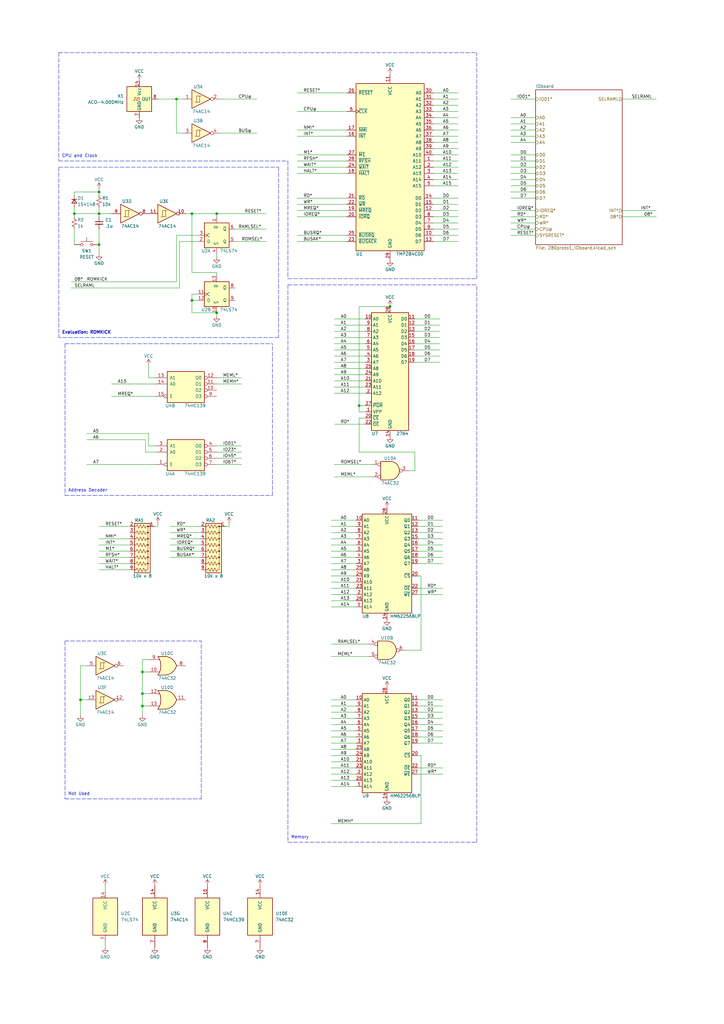
<source format=kicad_sch>
(kicad_sch (version 20211123) (generator eeschema)
  (paper "A3" portrait)
  (lib_symbols
    (symbol "74xx:74HC14" (pin_names (offset 1.016))
      (property "Reference" "U" (at 0 1.27 0))
      (property "Value" "74HC14" (at 0 -1.27 0))
      (symbol "74HC14_1_0"
        (pin input line (at -7.62 0 0) (length 3.81) (name "~") (number "1"))
        (pin output inverted (at 7.62 0 180) (length 3.81) (name "~") (number "2"))
      )
      (symbol "74HC14_2_0"
        (pin input line (at -7.62 0 0) (length 3.81) (name "~") (number "3"))
        (pin output inverted (at 7.62 0 180) (length 3.81) (name "~") (number "4"))
      )
      (symbol "74HC14_3_0"
        (pin input line (at -7.62 0 0) (length 3.81) (name "~") (number "5"))
        (pin output inverted (at 7.62 0 180) (length 3.81) (name "~") (number "6"))
      )
      (symbol "74HC14_4_0"
        (pin output inverted (at 7.62 0 180) (length 3.81) (name "~") (number "8"))
        (pin input line (at -7.62 0 0) (length 3.81) (name "~") (number "9"))
      )
      (symbol "74HC14_5_0"
        (pin output inverted (at 7.62 0 180) (length 3.81) (name "~") (number "10"))
        (pin input line (at -7.62 0 0) (length 3.81) (name "~") (number "11"))
      )
      (symbol "74HC14_6_0"
        (pin output inverted (at 7.62 0 180) (length 3.81) (name "~") (number "12"))
        (pin input line (at -7.62 0 0) (length 3.81) (name "~") (number "13"))
      )
      (symbol "74HC14_7_0"
        (pin power_in line (at 0 12.7 270) (length 5.08) (name "VCC") (number "14"))
        (pin power_in line (at 0 -12.7 90) (length 5.08) (name "GND") (number "7"))
      )
    )
    (symbol "74xx:74LS139" (pin_names (offset 1.016))
      (property "Reference" "U" (at -7.62 8.89 0))
      (property "Value" "74LS139" (at -7.62 -8.89 0))
      (symbol "74LS139_1_0"
        (pin input inverted (at -12.7 -5.08 0) (length 5.08) (name "E") (number "1"))
        (pin input line (at -12.7 0 0) (length 5.08) (name "A0") (number "2"))
        (pin input line (at -12.7 2.54 0) (length 5.08) (name "A1") (number "3"))
        (pin output inverted (at 12.7 2.54 180) (length 5.08) (name "O0") (number "4"))
        (pin output inverted (at 12.7 0 180) (length 5.08) (name "O1") (number "5"))
        (pin output inverted (at 12.7 -2.54 180) (length 5.08) (name "O2") (number "6"))
        (pin output inverted (at 12.7 -5.08 180) (length 5.08) (name "O3") (number "7"))
      )
      (symbol "74LS139_2_0"
        (pin output inverted (at 12.7 -2.54 180) (length 5.08) (name "O2") (number "10"))
        (pin output inverted (at 12.7 0 180) (length 5.08) (name "O1") (number "11"))
        (pin output inverted (at 12.7 2.54 180) (length 5.08) (name "O0") (number "12"))
        (pin input line (at -12.7 2.54 0) (length 5.08) (name "A1") (number "13"))
        (pin input line (at -12.7 0 0) (length 5.08) (name "A0") (number "14"))
        (pin input inverted (at -12.7 -5.08 0) (length 5.08) (name "E") (number "15"))
        (pin output inverted (at 12.7 -5.08 180) (length 5.08) (name "O3") (number "9"))
      )
      (symbol "74LS139_3_0"
        (pin power_in line (at 0 12.7 270) (length 5.08) (name "VCC") (number "16"))
        (pin power_in line (at 0 -12.7 90) (length 5.08) (name "GND") (number "8"))
      )
    )
    (symbol "74xx:74LS32" (pin_names (offset 1.016))
      (property "Reference" "U" (at 0 1.27 0))
      (property "Value" "74LS32" (at 0 -1.27 0))
      (symbol "74LS32_1_1"
        (pin input line (at -7.62 2.54 0) (length 4.318) (name "~") (number "1"))
        (pin input line (at -7.62 -2.54 0) (length 4.318) (name "~") (number "2"))
        (pin output line (at 7.62 0 180) (length 3.81) (name "~") (number "3"))
      )
      (symbol "74LS32_1_2"
        (pin input inverted (at -7.62 2.54 0) (length 3.81) (name "~") (number "1"))
        (pin input inverted (at -7.62 -2.54 0) (length 3.81) (name "~") (number "2"))
        (pin output inverted (at 7.62 0 180) (length 3.81) (name "~") (number "3"))
      )
      (symbol "74LS32_2_1"
        (pin input line (at -7.62 2.54 0) (length 4.318) (name "~") (number "4"))
        (pin input line (at -7.62 -2.54 0) (length 4.318) (name "~") (number "5"))
        (pin output line (at 7.62 0 180) (length 3.81) (name "~") (number "6"))
      )
      (symbol "74LS32_2_2"
        (pin input inverted (at -7.62 2.54 0) (length 3.81) (name "~") (number "4"))
        (pin input inverted (at -7.62 -2.54 0) (length 3.81) (name "~") (number "5"))
        (pin output inverted (at 7.62 0 180) (length 3.81) (name "~") (number "6"))
      )
      (symbol "74LS32_3_1"
        (pin input line (at -7.62 -2.54 0) (length 4.318) (name "~") (number "10"))
        (pin output line (at 7.62 0 180) (length 3.81) (name "~") (number "8"))
        (pin input line (at -7.62 2.54 0) (length 4.318) (name "~") (number "9"))
      )
      (symbol "74LS32_3_2"
        (pin input inverted (at -7.62 -2.54 0) (length 3.81) (name "~") (number "10"))
        (pin output inverted (at 7.62 0 180) (length 3.81) (name "~") (number "8"))
        (pin input inverted (at -7.62 2.54 0) (length 3.81) (name "~") (number "9"))
      )
      (symbol "74LS32_4_1"
        (pin output line (at 7.62 0 180) (length 3.81) (name "~") (number "11"))
        (pin input line (at -7.62 2.54 0) (length 4.318) (name "~") (number "12"))
        (pin input line (at -7.62 -2.54 0) (length 4.318) (name "~") (number "13"))
      )
      (symbol "74LS32_4_2"
        (pin output inverted (at 7.62 0 180) (length 3.81) (name "~") (number "11"))
        (pin input inverted (at -7.62 2.54 0) (length 3.81) (name "~") (number "12"))
        (pin input inverted (at -7.62 -2.54 0) (length 3.81) (name "~") (number "13"))
      )
      (symbol "74LS32_5_0"
        (pin power_in line (at 0 12.7 270) (length 5.08) (name "VCC") (number "14"))
        (pin power_in line (at 0 -12.7 90) (length 5.08) (name "GND") (number "7"))
      )
    )
    (symbol "74xx:74LS74" (pin_names (offset 1.016))
      (property "Reference" "U" (at -7.62 8.89 0))
      (property "Value" "74LS74" (at -7.62 -8.89 0))
      (symbol "74LS74_1_0"
        (pin input line (at 0 -7.62 90) (length 2.54) (name "~{R}") (number "1"))
        (pin input line (at -7.62 2.54 0) (length 2.54) (name "D") (number "2"))
        (pin input clock (at -7.62 0 0) (length 2.54) (name "C") (number "3"))
        (pin input line (at 0 7.62 270) (length 2.54) (name "~{S}") (number "4"))
        (pin output line (at 7.62 2.54 180) (length 2.54) (name "Q") (number "5"))
        (pin output line (at 7.62 -2.54 180) (length 2.54) (name "~{Q}") (number "6"))
      )
      (symbol "74LS74_2_0"
        (pin input line (at 0 7.62 270) (length 2.54) (name "~{S}") (number "10"))
        (pin input clock (at -7.62 0 0) (length 2.54) (name "C") (number "11"))
        (pin input line (at -7.62 2.54 0) (length 2.54) (name "D") (number "12"))
        (pin input line (at 0 -7.62 90) (length 2.54) (name "~{R}") (number "13"))
        (pin output line (at 7.62 -2.54 180) (length 2.54) (name "~{Q}") (number "8"))
        (pin output line (at 7.62 2.54 180) (length 2.54) (name "Q") (number "9"))
      )
      (symbol "74LS74_3_0"
        (pin power_in line (at 0 10.16 270) (length 2.54) (name "VCC") (number "14"))
        (pin power_in line (at 0 -10.16 90) (length 2.54) (name "GND") (number "7"))
      )
    )
    (symbol "CPU:Z80CPU" (pin_names (offset 1.016))
      (property "Reference" "U" (at -13.97 35.56 0))
      (property "Value" "Z80CPU" (at 6.35 35.56 0))
      (symbol "Z80CPU_1_1"
        (pin output line (at 17.78 2.54 180) (length 3.81) (name "A11") (number "1"))
        (pin bidirectional line (at 17.78 -27.94 180) (length 3.81) (name "D6") (number "10"))
        (pin power_in line (at 0 38.1 270) (length 3.81) (name "VCC") (number "11"))
        (pin bidirectional line (at 17.78 -17.78 180) (length 3.81) (name "D2") (number "12"))
        (pin bidirectional line (at 17.78 -30.48 180) (length 3.81) (name "D7") (number "13"))
        (pin bidirectional line (at 17.78 -12.7 180) (length 3.81) (name "D0") (number "14"))
        (pin bidirectional line (at 17.78 -15.24 180) (length 3.81) (name "D1") (number "15"))
        (pin input line (at -17.78 12.7 0) (length 3.81) (name "~{INT}") (number "16"))
        (pin input line (at -17.78 15.24 0) (length 3.81) (name "~{NMI}") (number "17"))
        (pin output line (at -17.78 -2.54 0) (length 3.81) (name "~{HALT}") (number "18"))
        (pin output line (at -17.78 -17.78 0) (length 3.81) (name "~{MREQ}") (number "19"))
        (pin output line (at 17.78 0 180) (length 3.81) (name "A12") (number "2"))
        (pin output line (at -17.78 -20.32 0) (length 3.81) (name "~{IORQ}") (number "20"))
        (pin output line (at -17.78 -12.7 0) (length 3.81) (name "~{RD}") (number "21"))
        (pin output line (at -17.78 -15.24 0) (length 3.81) (name "~{WR}") (number "22"))
        (pin output line (at -17.78 -30.48 0) (length 3.81) (name "~{BUSACK}") (number "23"))
        (pin input line (at -17.78 0 0) (length 3.81) (name "~{WAIT}") (number "24"))
        (pin input line (at -17.78 -27.94 0) (length 3.81) (name "~{BUSRQ}") (number "25"))
        (pin input line (at -17.78 30.48 0) (length 3.81) (name "~{RESET}") (number "26"))
        (pin output line (at -17.78 5.08 0) (length 3.81) (name "~{M1}") (number "27"))
        (pin output line (at -17.78 2.54 0) (length 3.81) (name "~{RFSH}") (number "28"))
        (pin power_in line (at 0 -38.1 90) (length 3.81) (name "GND") (number "29"))
        (pin output line (at 17.78 -2.54 180) (length 3.81) (name "A13") (number "3"))
        (pin output line (at 17.78 30.48 180) (length 3.81) (name "A0") (number "30"))
        (pin output line (at 17.78 27.94 180) (length 3.81) (name "A1") (number "31"))
        (pin output line (at 17.78 25.4 180) (length 3.81) (name "A2") (number "32"))
        (pin output line (at 17.78 22.86 180) (length 3.81) (name "A3") (number "33"))
        (pin output line (at 17.78 20.32 180) (length 3.81) (name "A4") (number "34"))
        (pin output line (at 17.78 17.78 180) (length 3.81) (name "A5") (number "35"))
        (pin output line (at 17.78 15.24 180) (length 3.81) (name "A6") (number "36"))
        (pin output line (at 17.78 12.7 180) (length 3.81) (name "A7") (number "37"))
        (pin output line (at 17.78 10.16 180) (length 3.81) (name "A8") (number "38"))
        (pin output line (at 17.78 7.62 180) (length 3.81) (name "A9") (number "39"))
        (pin output line (at 17.78 -5.08 180) (length 3.81) (name "A14") (number "4"))
        (pin output line (at 17.78 5.08 180) (length 3.81) (name "A10") (number "40"))
        (pin output line (at 17.78 -7.62 180) (length 3.81) (name "A15") (number "5"))
        (pin input clock (at -17.78 22.86 0) (length 3.81) (name "~{CLK}") (number "6"))
        (pin bidirectional line (at 17.78 -22.86 180) (length 3.81) (name "D4") (number "7"))
        (pin bidirectional line (at 17.78 -20.32 180) (length 3.81) (name "D3") (number "8"))
        (pin bidirectional line (at 17.78 -25.4 180) (length 3.81) (name "D5") (number "9"))
      )
    )
    (symbol "Device:C_Small" (pin_numbers hide) (pin_names (offset 0.254) hide)
      (property "Reference" "C" (at 0.254 1.778 0))
      (property "Value" "C_Small" (at 0.254 -2.032 0))
      (symbol "C_Small_1_1"
        (pin passive line (at 0 2.54 270) (length 2.032) (name "~") (number "1"))
        (pin passive line (at 0 -2.54 90) (length 2.032) (name "~") (number "2"))
      )
    )
    (symbol "Device:D_Small" (pin_numbers hide) (pin_names (offset 0.254) hide)
      (property "Reference" "D" (at -1.27 2.032 0))
      (property "Value" "D_Small" (at -3.81 -2.032 0))
      (symbol "D_Small_1_1"
        (pin passive line (at -2.54 0 0) (length 1.778) (name "K") (number "1"))
        (pin passive line (at 2.54 0 180) (length 1.778) (name "A") (number "2"))
      )
    )
    (symbol "Device:R_Network08_US" (pin_names (offset 0) hide)
      (property "Reference" "RN" (at -12.7 0 90))
      (property "Value" "R_Network08_US" (at 10.16 0 90))
      (symbol "R_Network08_US_1_1"
        (pin passive line (at -10.16 5.08 270) (length 2.54) (name "common") (number "1"))
        (pin passive line (at -10.16 -5.08 90) (length 1.27) (name "R1") (number "2"))
        (pin passive line (at -7.62 -5.08 90) (length 1.27) (name "R2") (number "3"))
        (pin passive line (at -5.08 -5.08 90) (length 1.27) (name "R3") (number "4"))
        (pin passive line (at -2.54 -5.08 90) (length 1.27) (name "R4") (number "5"))
        (pin passive line (at 0 -5.08 90) (length 1.27) (name "R5") (number "6"))
        (pin passive line (at 2.54 -5.08 90) (length 1.27) (name "R6") (number "7"))
        (pin passive line (at 5.08 -5.08 90) (length 1.27) (name "R7") (number "8"))
        (pin passive line (at 7.62 -5.08 90) (length 1.27) (name "R8") (number "9"))
      )
    )
    (symbol "Device:R_Small_US" (pin_numbers hide) (pin_names (offset 0.254) hide)
      (property "Reference" "R" (at 0.762 0.508 0))
      (property "Value" "R_Small_US" (at 0.762 -1.016 0))
      (symbol "R_Small_US_1_1"
        (pin passive line (at 0 2.54 270) (length 1.016) (name "~") (number "1"))
        (pin passive line (at 0 -2.54 90) (length 1.016) (name "~") (number "2"))
      )
    )
    (symbol "Memory_EPROM:2764"
      (property "Reference" "U" (at -7.62 24.13 0))
      (property "Value" "2764" (at 2.54 -26.67 0))
      (symbol "2764_1_1"
        (pin input line (at -10.16 -17.78 0) (length 2.54) (name "VPP") (number "1"))
        (pin input line (at -10.16 20.32 0) (length 2.54) (name "A0") (number "10"))
        (pin tri_state line (at 10.16 20.32 180) (length 2.54) (name "D0") (number "11"))
        (pin tri_state line (at 10.16 17.78 180) (length 2.54) (name "D1") (number "12"))
        (pin tri_state line (at 10.16 15.24 180) (length 2.54) (name "D2") (number "13"))
        (pin power_in line (at 0 -27.94 90) (length 2.54) (name "GND") (number "14"))
        (pin tri_state line (at 10.16 12.7 180) (length 2.54) (name "D3") (number "15"))
        (pin tri_state line (at 10.16 10.16 180) (length 2.54) (name "D4") (number "16"))
        (pin tri_state line (at 10.16 7.62 180) (length 2.54) (name "D5") (number "17"))
        (pin tri_state line (at 10.16 5.08 180) (length 2.54) (name "D6") (number "18"))
        (pin tri_state line (at 10.16 2.54 180) (length 2.54) (name "D7") (number "19"))
        (pin input line (at -10.16 -10.16 0) (length 2.54) (name "A12") (number "2"))
        (pin input line (at -10.16 -20.32 0) (length 2.54) (name "~{CE}") (number "20"))
        (pin input line (at -10.16 -5.08 0) (length 2.54) (name "A10") (number "21"))
        (pin input line (at -10.16 -22.86 0) (length 2.54) (name "~{OE}") (number "22"))
        (pin input line (at -10.16 -7.62 0) (length 2.54) (name "A11") (number "23"))
        (pin input line (at -10.16 -2.54 0) (length 2.54) (name "A9") (number "24"))
        (pin input line (at -10.16 0 0) (length 2.54) (name "A8") (number "25"))
        (pin no_connect line (at 7.62 0 180) (length 2.54) hide (name "NC") (number "26"))
        (pin input line (at -10.16 -15.24 0) (length 2.54) (name "~{PGM}") (number "27"))
        (pin power_in line (at 0 25.4 270) (length 2.54) (name "VCC") (number "28"))
        (pin input line (at -10.16 2.54 0) (length 2.54) (name "A7") (number "3"))
        (pin input line (at -10.16 5.08 0) (length 2.54) (name "A6") (number "4"))
        (pin input line (at -10.16 7.62 0) (length 2.54) (name "A5") (number "5"))
        (pin input line (at -10.16 10.16 0) (length 2.54) (name "A4") (number "6"))
        (pin input line (at -10.16 12.7 0) (length 2.54) (name "A3") (number "7"))
        (pin input line (at -10.16 15.24 0) (length 2.54) (name "A2") (number "8"))
        (pin input line (at -10.16 17.78 0) (length 2.54) (name "A1") (number "9"))
      )
    )
    (symbol "Memory_RAM:HM62256BLP"
      (property "Reference" "U" (at -10.16 20.955 0))
      (property "Value" "HM62256BLP" (at 2.54 20.955 0))
      (symbol "HM62256BLP_0_0"
        (pin power_in line (at 0 -22.86 90) (length 2.54) (name "GND") (number "14"))
        (pin power_in line (at 0 22.86 270) (length 2.54) (name "VCC") (number "28"))
      )
      (symbol "HM62256BLP_1_1"
        (pin input line (at -12.7 -17.78 0) (length 2.54) (name "A14") (number "1"))
        (pin input line (at -12.7 17.78 0) (length 2.54) (name "A0") (number "10"))
        (pin tri_state line (at 12.7 17.78 180) (length 2.54) (name "Q0") (number "11"))
        (pin tri_state line (at 12.7 15.24 180) (length 2.54) (name "Q1") (number "12"))
        (pin tri_state line (at 12.7 12.7 180) (length 2.54) (name "Q2") (number "13"))
        (pin tri_state line (at 12.7 10.16 180) (length 2.54) (name "Q3") (number "15"))
        (pin tri_state line (at 12.7 7.62 180) (length 2.54) (name "Q4") (number "16"))
        (pin tri_state line (at 12.7 5.08 180) (length 2.54) (name "Q5") (number "17"))
        (pin tri_state line (at 12.7 2.54 180) (length 2.54) (name "Q6") (number "18"))
        (pin tri_state line (at 12.7 0 180) (length 2.54) (name "Q7") (number "19"))
        (pin input line (at -12.7 -12.7 0) (length 2.54) (name "A12") (number "2"))
        (pin input line (at 12.7 -5.08 180) (length 2.54) (name "~{CS}") (number "20"))
        (pin input line (at -12.7 -7.62 0) (length 2.54) (name "A10") (number "21"))
        (pin input line (at 12.7 -10.16 180) (length 2.54) (name "~{OE}") (number "22"))
        (pin input line (at -12.7 -10.16 0) (length 2.54) (name "A11") (number "23"))
        (pin input line (at -12.7 -5.08 0) (length 2.54) (name "A9") (number "24"))
        (pin input line (at -12.7 -2.54 0) (length 2.54) (name "A8") (number "25"))
        (pin input line (at -12.7 -15.24 0) (length 2.54) (name "A13") (number "26"))
        (pin input line (at 12.7 -12.7 180) (length 2.54) (name "~{WE}") (number "27"))
        (pin input line (at -12.7 0 0) (length 2.54) (name "A7") (number "3"))
        (pin input line (at -12.7 2.54 0) (length 2.54) (name "A6") (number "4"))
        (pin input line (at -12.7 5.08 0) (length 2.54) (name "A5") (number "5"))
        (pin input line (at -12.7 7.62 0) (length 2.54) (name "A4") (number "6"))
        (pin input line (at -12.7 10.16 0) (length 2.54) (name "A3") (number "7"))
        (pin input line (at -12.7 12.7 0) (length 2.54) (name "A2") (number "8"))
        (pin input line (at -12.7 15.24 0) (length 2.54) (name "A1") (number "9"))
      )
    )
    (symbol "Oscillator:ACO-xxxMHz" (pin_names (offset 0.254))
      (property "Reference" "X" (at -5.08 6.35 0))
      (property "Value" "ACO-xxxMHz" (at 1.27 -6.35 0))
      (symbol "ACO-xxxMHz_1_1"
        (pin no_connect line (at -7.62 0 0) (length 2.54) hide (name "NC") (number "1"))
        (pin power_in line (at 0 7.62 270) (length 2.54) (name "Vcc") (number "14"))
        (pin power_in line (at 0 -7.62 90) (length 2.54) (name "GND") (number "7"))
        (pin output line (at 7.62 0 180) (length 2.54) (name "OUT") (number "8"))
      )
    )
    (symbol "Switch:SW_Push" (pin_numbers hide) (pin_names (offset 1.016) hide)
      (property "Reference" "SW" (at 1.27 2.54 0))
      (property "Value" "SW_Push" (at 0 -1.524 0))
      (symbol "SW_Push_0_1"
        (pin passive line (at -5.08 0 0) (length 2.54) (name "1") (number "1"))
        (pin passive line (at 5.08 0 180) (length 2.54) (name "2") (number "2"))
      )
    )
    (symbol "power:GND" (power) (pin_names (offset 0))
      (property "Value" "GND" (at 0 -3.81 0))
      (symbol "GND_1_1"
        (pin power_in line (at 0 0 270) (length 0) hide (name "GND") (number "1"))
      )
    )
    (symbol "power:VCC" (power) (pin_names (offset 0))
      (property "Value" "VCC" (at 0 3.81 0))
      (symbol "VCC_1_1"
        (pin power_in line (at 0 0 90) (length 0) hide (name "VCC") (number "1"))
      )
    )
  )
  (junction (at 40.64 78.74))
  (junction (at 160.02 125.73))
  (junction (at 78.74 123.19))
  (junction (at 30.48 87.63))
  (junction (at 40.64 87.63))
  (junction (at 33.02 287.02))
  (junction (at 78.74 87.63))
  (junction (at 147.32 166.37))
  (junction (at 58.42 289.56))
  (junction (at 58.42 284.48))
  (junction (at 88.9 87.63))
  (junction (at 58.42 275.59))
  (junction (at 72.39 40.64))
  (junction (at 88.9 128.27))
  (junction (at 40.64 100.33))
  (wire (pts (xy 170.18 193.04) (xy 167.64 193.04)))
  (wire (pts (xy 171.45 226.06) (xy 181.61 226.06)))
  (wire (pts (xy 63.5 215.9) (xy 64.77 215.9)))
  (wire (pts (xy 171.45 236.22) (xy 172.72 236.22)))
  (wire (pts (xy 135.89 304.8) (xy 146.05 304.8)))
  (wire (pts (xy 78.74 87.63) (xy 88.9 87.63)))
  (wire (pts (xy 88.9 157.48) (xy 99.06 157.48)))
  (wire (pts (xy 135.89 307.34) (xy 146.05 307.34)))
  (wire (pts (xy 78.74 128.27) (xy 88.9 128.27)))
  (wire (pts (xy 137.16 151.13) (xy 149.86 151.13)))
  (polyline (pts (xy 24.13 21.59) (xy 195.58 21.59)))
  (wire (pts (xy 40.64 77.47) (xy 40.64 78.74)))
  (wire (pts (xy 171.45 228.6) (xy 181.61 228.6)))
  (wire (pts (xy 121.92 53.34) (xy 142.24 53.34)))
  (wire (pts (xy 88.9 113.03) (xy 88.9 111.76)))
  (wire (pts (xy 40.64 215.9) (xy 53.34 215.9)))
  (wire (pts (xy 147.32 168.91) (xy 149.86 168.91)))
  (polyline (pts (xy 24.13 66.04) (xy 118.11 66.04)))
  (wire (pts (xy 121.92 86.36) (xy 142.24 86.36)))
  (polyline (pts (xy 24.13 68.58) (xy 24.13 138.43)))
  (wire (pts (xy 88.9 111.76) (xy 78.74 111.76)))
  (wire (pts (xy 171.45 223.52) (xy 181.61 223.52)))
  (wire (pts (xy 58.42 270.51) (xy 58.42 275.59)))
  (wire (pts (xy 69.85 228.6) (xy 82.55 228.6)))
  (wire (pts (xy 30.48 80.01) (xy 30.48 78.74)))
  (wire (pts (xy 135.89 312.42) (xy 146.05 312.42)))
  (wire (pts (xy 135.89 320.04) (xy 146.05 320.04)))
  (wire (pts (xy 177.8 73.66) (xy 187.96 73.66)))
  (wire (pts (xy 209.55 40.64) (xy 219.71 40.64)))
  (wire (pts (xy 209.55 93.98) (xy 219.71 93.98)))
  (wire (pts (xy 121.92 63.5) (xy 142.24 63.5)))
  (wire (pts (xy 40.64 228.6) (xy 53.34 228.6)))
  (wire (pts (xy 88.9 105.41) (xy 88.9 104.14)))
  (wire (pts (xy 92.71 215.9) (xy 93.98 215.9)))
  (wire (pts (xy 171.45 287.02) (xy 181.61 287.02)))
  (wire (pts (xy 135.89 287.02) (xy 146.05 287.02)))
  (wire (pts (xy 33.02 287.02) (xy 35.56 287.02)))
  (polyline (pts (xy 118.11 66.04) (xy 118.11 114.3)))
  (wire (pts (xy 58.42 275.59) (xy 58.42 284.48)))
  (wire (pts (xy 135.89 218.44) (xy 146.05 218.44)))
  (wire (pts (xy 40.64 231.14) (xy 53.34 231.14)))
  (wire (pts (xy 135.89 337.82) (xy 172.72 337.82)))
  (wire (pts (xy 135.89 309.88) (xy 146.05 309.88)))
  (wire (pts (xy 137.16 195.58) (xy 152.4 195.58)))
  (wire (pts (xy 135.89 215.9) (xy 146.05 215.9)))
  (polyline (pts (xy 26.67 140.97) (xy 26.67 203.2)))
  (wire (pts (xy 121.92 88.9) (xy 142.24 88.9)))
  (polyline (pts (xy 118.11 116.84) (xy 118.11 345.44)))
  (wire (pts (xy 209.55 91.44) (xy 219.71 91.44)))
  (wire (pts (xy 45.72 157.48) (xy 63.5 157.48)))
  (polyline (pts (xy 114.3 68.58) (xy 114.3 138.43)))
  (wire (pts (xy 209.55 48.26) (xy 219.71 48.26)))
  (wire (pts (xy 177.8 86.36) (xy 187.96 86.36)))
  (polyline (pts (xy 24.13 68.58) (xy 114.3 68.58)))
  (wire (pts (xy 35.56 273.05) (xy 33.02 273.05)))
  (wire (pts (xy 135.89 302.26) (xy 146.05 302.26)))
  (wire (pts (xy 171.45 294.64) (xy 181.61 294.64)))
  (wire (pts (xy 177.8 40.64) (xy 187.96 40.64)))
  (wire (pts (xy 170.18 130.81) (xy 180.34 130.81)))
  (wire (pts (xy 137.16 135.89) (xy 149.86 135.89)))
  (wire (pts (xy 135.89 297.18) (xy 146.05 297.18)))
  (wire (pts (xy 177.8 60.96) (xy 187.96 60.96)))
  (wire (pts (xy 172.72 309.88) (xy 172.72 337.82)))
  (wire (pts (xy 121.92 45.72) (xy 142.24 45.72)))
  (wire (pts (xy 58.42 289.56) (xy 60.96 289.56)))
  (wire (pts (xy 121.92 55.88) (xy 142.24 55.88)))
  (wire (pts (xy 135.89 299.72) (xy 146.05 299.72)))
  (wire (pts (xy 177.8 81.28) (xy 187.96 81.28)))
  (wire (pts (xy 29.21 115.57) (xy 72.39 115.57)))
  (wire (pts (xy 147.32 166.37) (xy 149.86 166.37)))
  (wire (pts (xy 171.45 317.5) (xy 181.61 317.5)))
  (wire (pts (xy 255.27 86.36) (xy 269.24 86.36)))
  (wire (pts (xy 30.48 87.63) (xy 40.64 87.63)))
  (wire (pts (xy 147.32 171.45) (xy 147.32 185.42)))
  (wire (pts (xy 172.72 266.7) (xy 166.37 266.7)))
  (wire (pts (xy 135.89 241.3) (xy 146.05 241.3)))
  (wire (pts (xy 147.32 125.73) (xy 147.32 166.37)))
  (wire (pts (xy 177.8 48.26) (xy 187.96 48.26)))
  (wire (pts (xy 177.8 66.04) (xy 187.96 66.04)))
  (wire (pts (xy 171.45 220.98) (xy 181.61 220.98)))
  (wire (pts (xy 58.42 270.51) (xy 60.96 270.51)))
  (wire (pts (xy 171.45 215.9) (xy 181.61 215.9)))
  (wire (pts (xy 135.89 294.64) (xy 146.05 294.64)))
  (wire (pts (xy 137.16 140.97) (xy 149.86 140.97)))
  (wire (pts (xy 209.55 76.2) (xy 219.71 76.2)))
  (wire (pts (xy 135.89 233.68) (xy 146.05 233.68)))
  (wire (pts (xy 88.9 88.9) (xy 88.9 87.63)))
  (polyline (pts (xy 114.3 138.43) (xy 24.13 138.43)))
  (wire (pts (xy 135.89 264.16) (xy 151.13 264.16)))
  (wire (pts (xy 177.8 76.2) (xy 187.96 76.2)))
  (wire (pts (xy 64.77 40.64) (xy 72.39 40.64)))
  (wire (pts (xy 40.64 87.63) (xy 45.72 87.63)))
  (wire (pts (xy 40.64 223.52) (xy 53.34 223.52)))
  (wire (pts (xy 137.16 173.99) (xy 149.86 173.99)))
  (wire (pts (xy 137.16 153.67) (xy 149.86 153.67)))
  (wire (pts (xy 78.74 120.65) (xy 78.74 123.19)))
  (wire (pts (xy 69.85 226.06) (xy 82.55 226.06)))
  (wire (pts (xy 96.52 99.06) (xy 109.22 99.06)))
  (polyline (pts (xy 118.11 114.3) (xy 195.58 114.3)))
  (wire (pts (xy 170.18 133.35) (xy 180.34 133.35)))
  (wire (pts (xy 171.45 314.96) (xy 181.61 314.96)))
  (wire (pts (xy 74.93 54.61) (xy 72.39 54.61)))
  (wire (pts (xy 177.8 99.06) (xy 187.96 99.06)))
  (wire (pts (xy 135.89 223.52) (xy 146.05 223.52)))
  (wire (pts (xy 78.74 123.19) (xy 78.74 128.27)))
  (wire (pts (xy 137.16 148.59) (xy 149.86 148.59)))
  (wire (pts (xy 171.45 304.8) (xy 181.61 304.8)))
  (wire (pts (xy 137.16 190.5) (xy 152.4 190.5)))
  (wire (pts (xy 43.18 388.62) (xy 43.18 386.08)))
  (polyline (pts (xy 26.67 140.97) (xy 111.76 140.97)))
  (wire (pts (xy 73.66 99.06) (xy 73.66 118.11)))
  (wire (pts (xy 171.45 289.56) (xy 181.61 289.56)))
  (wire (pts (xy 29.21 118.11) (xy 73.66 118.11)))
  (wire (pts (xy 172.72 236.22) (xy 172.72 266.7)))
  (wire (pts (xy 137.16 156.21) (xy 149.86 156.21)))
  (wire (pts (xy 60.96 154.94) (xy 60.96 149.86)))
  (wire (pts (xy 209.55 96.52) (xy 219.71 96.52)))
  (wire (pts (xy 147.32 125.73) (xy 160.02 125.73)))
  (wire (pts (xy 137.16 143.51) (xy 149.86 143.51)))
  (wire (pts (xy 135.89 238.76) (xy 146.05 238.76)))
  (wire (pts (xy 72.39 54.61) (xy 72.39 40.64)))
  (wire (pts (xy 135.89 243.84) (xy 146.05 243.84)))
  (wire (pts (xy 177.8 55.88) (xy 187.96 55.88)))
  (wire (pts (xy 88.9 129.54) (xy 88.9 128.27)))
  (wire (pts (xy 177.8 58.42) (xy 187.96 58.42)))
  (polyline (pts (xy 195.58 114.3) (xy 195.58 21.59)))
  (wire (pts (xy 209.55 68.58) (xy 219.71 68.58)))
  (wire (pts (xy 209.55 88.9) (xy 219.71 88.9)))
  (wire (pts (xy 171.45 302.26) (xy 181.61 302.26)))
  (wire (pts (xy 81.28 99.06) (xy 73.66 99.06)))
  (wire (pts (xy 209.55 66.04) (xy 219.71 66.04)))
  (wire (pts (xy 69.85 220.98) (xy 82.55 220.98)))
  (wire (pts (xy 96.52 93.98) (xy 109.22 93.98)))
  (wire (pts (xy 171.45 309.88) (xy 172.72 309.88)))
  (wire (pts (xy 40.64 233.68) (xy 53.34 233.68)))
  (wire (pts (xy 137.16 130.81) (xy 149.86 130.81)))
  (wire (pts (xy 59.69 185.42) (xy 59.69 180.34)))
  (wire (pts (xy 177.8 93.98) (xy 187.96 93.98)))
  (wire (pts (xy 137.16 146.05) (xy 149.86 146.05)))
  (wire (pts (xy 170.18 143.51) (xy 180.34 143.51)))
  (wire (pts (xy 45.72 162.56) (xy 63.5 162.56)))
  (wire (pts (xy 69.85 215.9) (xy 82.55 215.9)))
  (wire (pts (xy 170.18 138.43) (xy 180.34 138.43)))
  (wire (pts (xy 177.8 43.18) (xy 187.96 43.18)))
  (wire (pts (xy 30.48 85.09) (xy 30.48 87.63)))
  (wire (pts (xy 171.45 213.36) (xy 181.61 213.36)))
  (wire (pts (xy 135.89 226.06) (xy 146.05 226.06)))
  (wire (pts (xy 33.02 273.05) (xy 33.02 287.02)))
  (wire (pts (xy 78.74 120.65) (xy 81.28 120.65)))
  (wire (pts (xy 135.89 322.58) (xy 146.05 322.58)))
  (wire (pts (xy 40.64 93.98) (xy 40.64 100.33)))
  (polyline (pts (xy 118.11 345.44) (xy 195.58 345.44)))
  (wire (pts (xy 121.92 38.1) (xy 142.24 38.1)))
  (polyline (pts (xy 26.67 203.2) (xy 111.76 203.2)))
  (wire (pts (xy 171.45 299.72) (xy 181.61 299.72)))
  (wire (pts (xy 137.16 133.35) (xy 149.86 133.35)))
  (wire (pts (xy 209.55 81.28) (xy 219.71 81.28)))
  (wire (pts (xy 58.42 289.56) (xy 58.42 293.37)))
  (wire (pts (xy 255.27 40.64) (xy 269.24 40.64)))
  (wire (pts (xy 135.89 236.22) (xy 146.05 236.22)))
  (wire (pts (xy 209.55 71.12) (xy 219.71 71.12)))
  (polyline (pts (xy 26.67 262.89) (xy 26.67 327.66)))
  (wire (pts (xy 171.45 241.3) (xy 181.61 241.3)))
  (wire (pts (xy 209.55 86.36) (xy 219.71 86.36)))
  (wire (pts (xy 58.42 284.48) (xy 58.42 289.56)))
  (wire (pts (xy 121.92 66.04) (xy 142.24 66.04)))
  (wire (pts (xy 63.5 185.42) (xy 59.69 185.42)))
  (wire (pts (xy 72.39 96.52) (xy 72.39 115.57)))
  (wire (pts (xy 58.42 284.48) (xy 60.96 284.48)))
  (wire (pts (xy 72.39 40.64) (xy 74.93 40.64)))
  (wire (pts (xy 177.8 63.5) (xy 187.96 63.5)))
  (wire (pts (xy 88.9 187.96) (xy 99.06 187.96)))
  (wire (pts (xy 78.74 123.19) (xy 81.28 123.19)))
  (wire (pts (xy 121.92 81.28) (xy 142.24 81.28)))
  (wire (pts (xy 209.55 58.42) (xy 219.71 58.42)))
  (wire (pts (xy 40.64 78.74) (xy 40.64 80.01)))
  (wire (pts (xy 135.89 246.38) (xy 146.05 246.38)))
  (wire (pts (xy 177.8 88.9) (xy 187.96 88.9)))
  (wire (pts (xy 35.56 180.34) (xy 59.69 180.34)))
  (wire (pts (xy 63.5 182.88) (xy 60.96 182.88)))
  (wire (pts (xy 30.48 78.74) (xy 40.64 78.74)))
  (wire (pts (xy 88.9 185.42) (xy 99.06 185.42)))
  (wire (pts (xy 170.18 148.59) (xy 180.34 148.59)))
  (wire (pts (xy 78.74 87.63) (xy 78.74 111.76)))
  (wire (pts (xy 30.48 93.98) (xy 30.48 100.33)))
  (wire (pts (xy 171.45 218.44) (xy 181.61 218.44)))
  (wire (pts (xy 35.56 190.5) (xy 63.5 190.5)))
  (polyline (pts (xy 118.11 116.84) (xy 195.58 116.84)))
  (wire (pts (xy 135.89 213.36) (xy 146.05 213.36)))
  (wire (pts (xy 177.8 91.44) (xy 187.96 91.44)))
  (wire (pts (xy 209.55 55.88) (xy 219.71 55.88)))
  (polyline (pts (xy 24.13 21.59) (xy 24.13 66.04)))
  (polyline (pts (xy 195.58 345.44) (xy 195.58 116.84)))
  (wire (pts (xy 135.89 228.6) (xy 146.05 228.6)))
  (wire (pts (xy 170.18 185.42) (xy 170.18 193.04)))
  (wire (pts (xy 69.85 223.52) (xy 82.55 223.52)))
  (wire (pts (xy 81.28 96.52) (xy 72.39 96.52)))
  (wire (pts (xy 93.98 215.9) (xy 93.98 214.63)))
  (wire (pts (xy 135.89 248.92) (xy 146.05 248.92)))
  (wire (pts (xy 137.16 138.43) (xy 149.86 138.43)))
  (wire (pts (xy 121.92 83.82) (xy 142.24 83.82)))
  (polyline (pts (xy 26.67 262.89) (xy 82.55 262.89)))
  (wire (pts (xy 209.55 53.34) (xy 219.71 53.34)))
  (wire (pts (xy 209.55 73.66) (xy 219.71 73.66)))
  (wire (pts (xy 149.86 171.45) (xy 147.32 171.45)))
  (wire (pts (xy 171.45 297.18) (xy 181.61 297.18)))
  (wire (pts (xy 30.48 87.63) (xy 30.48 88.9)))
  (wire (pts (xy 43.18 363.22) (xy 43.18 365.76)))
  (wire (pts (xy 177.8 71.12) (xy 187.96 71.12)))
  (wire (pts (xy 69.85 218.44) (xy 82.55 218.44)))
  (wire (pts (xy 209.55 50.8) (xy 219.71 50.8)))
  (wire (pts (xy 40.64 87.63) (xy 40.64 88.9)))
  (wire (pts (xy 121.92 96.52) (xy 142.24 96.52)))
  (wire (pts (xy 58.42 275.59) (xy 60.96 275.59)))
  (wire (pts (xy 135.89 317.5) (xy 146.05 317.5)))
  (wire (pts (xy 170.18 140.97) (xy 180.34 140.97)))
  (wire (pts (xy 90.17 40.64) (xy 105.41 40.64)))
  (wire (pts (xy 209.55 78.74) (xy 219.71 78.74)))
  (wire (pts (xy 60.96 182.88) (xy 60.96 177.8)))
  (wire (pts (xy 40.64 220.98) (xy 53.34 220.98)))
  (wire (pts (xy 63.5 154.94) (xy 60.96 154.94)))
  (wire (pts (xy 135.89 269.24) (xy 151.13 269.24)))
  (wire (pts (xy 121.92 68.58) (xy 142.24 68.58)))
  (wire (pts (xy 147.32 166.37) (xy 147.32 168.91)))
  (wire (pts (xy 171.45 243.84) (xy 181.61 243.84)))
  (wire (pts (xy 121.92 99.06) (xy 142.24 99.06)))
  (wire (pts (xy 33.02 287.02) (xy 33.02 293.37)))
  (wire (pts (xy 40.64 226.06) (xy 53.34 226.06)))
  (wire (pts (xy 170.18 146.05) (xy 180.34 146.05)))
  (wire (pts (xy 171.45 231.14) (xy 181.61 231.14)))
  (wire (pts (xy 135.89 289.56) (xy 146.05 289.56)))
  (wire (pts (xy 137.16 158.75) (xy 149.86 158.75)))
  (wire (pts (xy 88.9 182.88) (xy 99.06 182.88)))
  (wire (pts (xy 88.9 190.5) (xy 99.06 190.5)))
  (wire (pts (xy 135.89 314.96) (xy 146.05 314.96)))
  (wire (pts (xy 64.77 215.9) (xy 64.77 214.63)))
  (wire (pts (xy 177.8 45.72) (xy 187.96 45.72)))
  (wire (pts (xy 135.89 231.14) (xy 146.05 231.14)))
  (wire (pts (xy 88.9 154.94) (xy 99.06 154.94)))
  (wire (pts (xy 35.56 177.8) (xy 60.96 177.8)))
  (wire (pts (xy 170.18 135.89) (xy 180.34 135.89)))
  (wire (pts (xy 171.45 292.1) (xy 181.61 292.1)))
  (wire (pts (xy 76.2 87.63) (xy 78.74 87.63)))
  (wire (pts (xy 40.64 85.09) (xy 40.64 87.63)))
  (wire (pts (xy 147.32 185.42) (xy 170.18 185.42)))
  (wire (pts (xy 88.9 87.63) (xy 109.22 87.63)))
  (wire (pts (xy 121.92 71.12) (xy 142.24 71.12)))
  (polyline (pts (xy 26.67 327.66) (xy 82.55 327.66)))
  (polyline (pts (xy 111.76 203.2) (xy 111.76 140.97)))
  (wire (pts (xy 135.89 220.98) (xy 146.05 220.98)))
  (wire (pts (xy 40.64 100.33) (xy 40.64 104.14)))
  (wire (pts (xy 177.8 53.34) (xy 187.96 53.34)))
  (wire (pts (xy 135.89 292.1) (xy 146.05 292.1)))
  (wire (pts (xy 255.27 88.9) (xy 269.24 88.9)))
  (wire (pts (xy 209.55 63.5) (xy 219.71 63.5)))
  (wire (pts (xy 177.8 96.52) (xy 187.96 96.52)))
  (wire (pts (xy 177.8 83.82) (xy 187.96 83.82)))
  (wire (pts (xy 177.8 68.58) (xy 187.96 68.58)))
  (wire (pts (xy 137.16 161.29) (xy 149.86 161.29)))
  (wire (pts (xy 177.8 38.1) (xy 187.96 38.1)))
  (polyline (pts (xy 82.55 327.66) (xy 82.55 262.89)))
  (wire (pts (xy 90.17 54.61) (xy 105.41 54.61)))
  (wire (pts (xy 177.8 50.8) (xy 187.96 50.8)))
  (text "Evaluation: ROMKICK" (at 25.4 137.16 0) (effects (font (size 1.27 1.27) (thickness 0.254) bold) (justify left bottom)))
  (text "Memory" (at 119.38 344.17 0) (effects (font (size 1.27 1.27)) (justify left bottom)))
  (text "CPU and Clock" (at 25.4 64.77 0) (effects (font (size 1.27 1.27)) (justify left bottom)))
  (text "Address Decoder" (at 27.94 201.93 0) (effects (font (size 1.27 1.27)) (justify left bottom)))
  (text "Not Used" (at 27.94 326.39 0) (effects (font (size 1.27 1.27)) (justify left bottom)))
  (label "A7" (at 38.1 190.5 0))
  (label "A10" (at 181.61 63.5 0))
  (label "WR*" (at 124.46 83.82 0))
  (label "A1" (at 139.7 215.9 0))
  (label "IO67*" (at 91.44 190.5 0))
  (label "D2" (at 181.61 86.36 0))
  (label "A9" (at 139.7 153.67 0))
  (label "RD*" (at 212.09 88.9 0))
  (label "D5" (at 173.99 143.51 0))
  (label "A2" (at 139.7 292.1 0))
  (label "HALT*" (at 124.46 71.12 0))
  (label "D6" (at 181.61 96.52 0))
  (label "D7" (at 175.26 304.8 0))
  (label "D1" (at 173.99 133.35 0))
  (label "A0" (at 139.7 130.81 0))
  (label "D7" (at 173.99 148.59 0))
  (label "A0" (at 213.36 48.26 0))
  (label "IO23*" (at 91.44 185.42 0))
  (label "A3" (at 139.7 220.98 0))
  (label "D7" (at 181.61 99.06 0))
  (label "D6" (at 173.99 146.05 0))
  (label "ROMSEL*" (at 99.06 99.06 0))
  (label "RAMLSEL*" (at 97.79 93.98 0))
  (label "D0" (at 175.26 213.36 0))
  (label "A1" (at 139.7 133.35 0))
  (label "A7" (at 181.61 55.88 0))
  (label "A3" (at 139.7 294.64 0))
  (label "BUSRQ*" (at 124.46 96.52 0))
  (label "A9" (at 181.61 60.96 0))
  (label "A10" (at 139.7 238.76 0))
  (label "A8" (at 139.7 233.68 0))
  (label "CPUφ" (at 212.09 93.98 0))
  (label "RD*" (at 72.39 215.9 0))
  (label "ROMSEL*" (at 139.7 190.5 0))
  (label "D3" (at 213.36 71.12 0))
  (label "MEMH*" (at 91.44 157.48 0))
  (label "A8" (at 139.7 307.34 0))
  (label "D3" (at 175.26 220.98 0))
  (label "A0" (at 139.7 213.36 0))
  (label "D0" (at 173.99 130.81 0))
  (label "A2" (at 181.61 43.18 0))
  (label "RESET*" (at 100.33 87.63 0))
  (label "WAIT*" (at 124.46 68.58 0))
  (label "WR*" (at 72.39 218.44 0))
  (label "A6" (at 38.1 180.34 0))
  (label "A1" (at 213.36 50.8 0))
  (label "MEML*" (at 138.43 269.24 0))
  (label "A0" (at 181.61 38.1 0))
  (label "D1" (at 175.26 289.56 0))
  (label "A14" (at 181.61 73.66 0))
  (label "A15" (at 181.61 76.2 0))
  (label "BUSAK*" (at 72.39 228.6 0))
  (label "MEMH*" (at 138.43 337.82 0))
  (label "D4" (at 175.26 223.52 0))
  (label "INT*" (at 124.46 55.88 0))
  (label "D7" (at 175.26 231.14 0))
  (label "RD*" (at 175.26 241.3 0))
  (label "D5" (at 213.36 76.2 0))
  (label "RESET*" (at 124.46 38.1 0))
  (label "A9" (at 139.7 236.22 0))
  (label "NMI*" (at 124.46 53.34 0))
  (label "A5" (at 139.7 226.06 0))
  (label "A6" (at 139.7 302.26 0))
  (label "A14" (at 139.7 248.92 0))
  (label "A1" (at 139.7 289.56 0))
  (label "A6" (at 181.61 53.34 0))
  (label "CPUφ" (at 97.79 40.64 0))
  (label "D5" (at 175.26 299.72 0))
  (label "MREQ*" (at 124.46 86.36 0))
  (label "A0" (at 139.7 287.02 0))
  (label "D4" (at 213.36 73.66 0))
  (label "IO01*" (at 91.44 182.88 0))
  (label "A11" (at 181.61 66.04 0))
  (label "A12" (at 139.7 317.5 0))
  (label "08*" (at 30.48 115.57 0))
  (label "A11" (at 139.7 314.96 0))
  (label "A7" (at 139.7 148.59 0))
  (label "SELRAML" (at 259.08 40.64 0))
  (label "D2" (at 175.26 218.44 0))
  (label "A10" (at 139.7 312.42 0))
  (label "RESET*" (at 212.09 96.52 0))
  (label "A3" (at 181.61 45.72 0))
  (label "BUSAK*" (at 124.46 99.06 0))
  (label "A5" (at 38.1 177.8 0))
  (label "SELRAML" (at 30.48 118.11 0))
  (label "D0" (at 175.26 287.02 0))
  (label "WR*" (at 175.26 317.5 0))
  (label "A13" (at 139.7 246.38 0))
  (label "IOREQ*" (at 212.09 86.36 0))
  (label "A7" (at 139.7 231.14 0))
  (label "A13" (at 139.7 320.04 0))
  (label "D2" (at 213.36 68.58 0))
  (label "A12" (at 181.61 68.58 0))
  (label "A11" (at 139.7 241.3 0))
  (label "RESET*" (at 43.18 215.9 0))
  (label "D2" (at 173.99 135.89 0))
  (label "WR*" (at 212.09 91.44 0))
  (label "M1*" (at 124.46 63.5 0))
  (label "MREQ*" (at 48.26 162.56 0))
  (label "RD*" (at 139.7 173.99 0))
  (label "BUSφ" (at 97.79 54.61 0))
  (label "BUSRQ*" (at 72.39 226.06 0))
  (label "A3" (at 139.7 138.43 0))
  (label "A5" (at 139.7 143.51 0))
  (label "RAMLSEL*" (at 138.43 264.16 0))
  (label "D5" (at 181.61 93.98 0))
  (label "INT*" (at 43.18 223.52 0))
  (label "RD*" (at 175.26 314.96 0))
  (label "A9" (at 139.7 309.88 0))
  (label "A6" (at 139.7 228.6 0))
  (label "A5" (at 139.7 299.72 0))
  (label "A4" (at 139.7 223.52 0))
  (label "D7" (at 213.36 81.28 0))
  (label "08*" (at 264.16 88.9 0))
  (label "D4" (at 175.26 297.18 0))
  (label "A2" (at 213.36 53.34 0))
  (label "A10" (at 139.7 156.21 0))
  (label "MREQ*" (at 72.39 220.98 0))
  (label "D6" (at 175.26 302.26 0))
  (label "A5" (at 181.61 50.8 0))
  (label "A8" (at 181.61 58.42 0))
  (label "RFSH*" (at 124.46 66.04 0))
  (label "D2" (at 175.26 292.1 0))
  (label "HALT*" (at 43.18 233.68 0))
  (label "A6" (at 139.7 146.05 0))
  (label "ROMKICK" (at 35.56 115.57 0))
  (label "RD*" (at 124.46 81.28 0))
  (label "INT*" (at 262.89 86.36 0))
  (label "MEML*" (at 139.7 195.58 0))
  (label "D0" (at 181.61 81.28 0))
  (label "IO01*" (at 212.09 40.64 0))
  (label "WAIT*" (at 43.18 231.14 0))
  (label "D3" (at 181.61 88.9 0))
  (label "A2" (at 139.7 135.89 0))
  (label "A4" (at 213.36 58.42 0))
  (label "IO45*" (at 91.44 187.96 0))
  (label "A12" (at 139.7 243.84 0))
  (label "A14" (at 139.7 322.58 0))
  (label "CPUφ" (at 124.46 45.72 0))
  (label "D4" (at 173.99 140.97 0))
  (label "IOREQ*" (at 124.46 88.9 0))
  (label "A3" (at 213.36 55.88 0))
  (label "D5" (at 175.26 226.06 0))
  (label "A11" (at 139.7 158.75 0))
  (label "M1*" (at 43.18 226.06 0))
  (label "RFSH*" (at 43.18 228.6 0))
  (label "D1" (at 175.26 215.9 0))
  (label "A4" (at 181.61 48.26 0))
  (label "A13" (at 181.61 71.12 0))
  (label "A1" (at 181.61 40.64 0))
  (label "D3" (at 175.26 294.64 0))
  (label "D6" (at 175.26 228.6 0))
  (label "A8" (at 139.7 151.13 0))
  (label "A7" (at 139.7 304.8 0))
  (label "D1" (at 181.61 83.82 0))
  (label "NMI*" (at 43.18 220.98 0))
  (label "A12" (at 139.7 161.29 0))
  (label "D4" (at 181.61 91.44 0))
  (label "D3" (at 173.99 138.43 0))
  (label "WR*" (at 175.26 243.84 0))
  (label "IOREQ*" (at 72.39 223.52 0))
  (label "A15" (at 48.26 157.48 0))
  (label "MEML*" (at 91.44 154.94 0))
  (label "D0" (at 213.36 63.5 0))
  (label "A2" (at 139.7 218.44 0))
  (label "D6" (at 213.36 78.74 0))
  (label "A4" (at 139.7 297.18 0))
  (label "A4" (at 139.7 140.97 0))
  (label "D1" (at 213.36 66.04 0))
  (hierarchical_label "D4" (shape bidirectional) (at 219.71 73.66 0))
  (hierarchical_label "D1" (shape bidirectional) (at 219.71 66.04 0))
  (hierarchical_label "SYSRESET*" (shape output) (at 219.71 96.52 0))
  (hierarchical_label "INT*" (shape input) (at 255.27 86.36 180))
  (hierarchical_label "D2" (shape bidirectional) (at 219.71 68.58 0))
  (hierarchical_label "D3" (shape bidirectional) (at 219.71 71.12 0))
  (hierarchical_label "A0" (shape output) (at 219.71 48.26 0))
  (hierarchical_label "08*" (shape input) (at 255.27 88.9 180))
  (hierarchical_label "A2" (shape output) (at 219.71 53.34 0))
  (hierarchical_label "A3" (shape output) (at 219.71 55.88 0))
  (hierarchical_label "D0" (shape bidirectional) (at 219.71 63.5 0))
  (hierarchical_label "D7" (shape bidirectional) (at 219.71 81.28 0))
  (hierarchical_label "D5" (shape bidirectional) (at 219.71 76.2 0))
  (hierarchical_label "D6" (shape bidirectional) (at 219.71 78.74 0))
  (hierarchical_label "IO01*" (shape output) (at 219.71 40.64 0))
  (hierarchical_label "WR*" (shape output) (at 219.71 91.44 0))
  (hierarchical_label "CPUφ" (shape output) (at 219.71 93.98 0))
  (hierarchical_label "A4" (shape output) (at 219.71 58.42 0))
  (hierarchical_label "RD*" (shape output) (at 219.71 88.9 0))
  (hierarchical_label "A1" (shape output) (at 219.71 50.8 0))
  (hierarchical_label "SELRAML" (shape input) (at 255.27 40.64 180))
  (hierarchical_label "IOREQ*" (shape output) (at 219.71 86.36 0))
  (symbol (lib_id "74xx:74HC14") (at 63.5 375.92 0) (unit 7)
    (property "Reference" "U3" (at 69.85 374.6499 0) (effects (justify left)))
    (property "Value" "74AC14" (at 69.85 377.1899 0) (effects (justify left)))
    (property "Datasheet" "http://www.ti.com/lit/gpn/sn74HC14" (effects hide))
  )
  (symbol (lib_id "74xx:74LS139") (at 76.2 185.42 0) (unit 1)
    (property "Reference" "U4" (at 69.85 194.31 0))
    (property "Value" "74HC139" (at 80.01 194.31 0))
    (property "Datasheet" "http://www.ti.com/lit/ds/symlink/sn74ls139a.pdf" (effects hide))
  )
  (symbol (lib_id "74xx:74HC14") (at 82.55 40.64 0) (unit 1)
    (property "Reference" "U3" (at 81.28 35.56 0))
    (property "Value" "74AC14" (at 82.55 45.72 0))
    (property "Datasheet" "http://www.ti.com/lit/gpn/sn74HC14" (effects hide))
  )
  (symbol (lib_id "power:VCC") (at 64.77 214.63 0) (unit 1)
    (property "Reference" "#PWR?" (effects hide))
    (property "Value" "VCC" (at 64.77 210.82 0))
  )
  (symbol (lib_id "power:GND") (at 88.9 129.54 0) (unit 1)
    (property "Reference" "#PWR?" (effects hide))
    (property "Value" "GND" (at 88.9 133.35 0))
  )
  (symbol (lib_id "74xx:74LS32") (at 106.68 375.92 0) (unit 5)
    (property "Reference" "U10" (at 113.03 374.6499 0) (effects (justify left)))
    (property "Value" "74AC32" (at 113.03 377.1899 0) (effects (justify left)))
    (property "Datasheet" "http://www.ti.com/lit/gpn/sn74LS32" (effects hide))
  )
  (symbol (lib_id "power:GND") (at 88.9 105.41 0) (unit 1)
    (property "Reference" "#PWR?" (effects hide))
    (property "Value" "GND" (at 88.9 109.22 0))
  )
  (symbol (lib_id "74xx:74LS32") (at 68.58 273.05 0) (unit 3)
    (property "Reference" "U10" (at 68.58 267.97 0))
    (property "Value" "74AC32" (at 68.58 278.13 0))
    (property "Datasheet" "http://www.ti.com/lit/gpn/sn74LS32" (effects hide))
  )
  (symbol (lib_id "power:GND") (at 160.02 179.07 0) (unit 1)
    (property "Reference" "#PWR?" (effects hide))
    (property "Value" "GND" (at 160.02 182.88 0))
  )
  (symbol (lib_id "power:GND") (at 63.5 388.62 0) (unit 1)
    (property "Reference" "#PWR?" (effects hide))
    (property "Value" "GND" (at 63.5 392.43 0))
  )
  (symbol (lib_id "Device:R_Small_US") (at 40.64 82.55 0) (unit 1)
    (property "Reference" "R1" (at 41.91 81.28 0) (effects (justify left)))
    (property "Value" "10k" (at 41.91 83.82 0) (effects (justify left)))
  )
  (symbol (lib_id "power:GND") (at 158.75 254 0) (unit 1)
    (property "Reference" "#PWR?" (effects hide))
    (property "Value" "GND" (at 158.75 257.81 0))
  )
  (symbol (lib_id "Memory_EPROM:2764") (at 160.02 151.13 0) (unit 1)
    (property "Reference" "U7" (at 152.4 177.8 0) (effects (justify left)))
    (property "Value" "2764" (at 162.56 177.8 0) (effects (justify left)))
    (property "Footprint" "Package_DIP:DIP-28_W15.24mm" (effects hide))
    (property "Datasheet" "https://downloads.reactivemicro.com/Electronics/ROM/2764%20EPROM.pdf" (effects hide))
  )
  (symbol (lib_id "Device:C_Small") (at 40.64 91.44 0) (unit 1)
    (property "Reference" "C1" (at 43.18 90.1762 0) (effects (justify left)))
    (property "Value" ".1u" (at 43.18 92.7162 0) (effects (justify left)))
  )
  (symbol (lib_id "Switch:SW_Push") (at 35.56 100.33 0) (unit 1)
    (property "Reference" "SW1" (at 35.56 102.87 0))
    (property "Value" "RESET" (at 35.56 105.41 0))
  )
  (symbol (lib_id "Device:R_Network08_US") (at 58.42 226.06 270) (unit 1)
    (property "Reference" "RA1" (at 57.15 213.36 90))
    (property "Value" "10k x 8" (at 58.42 236.22 90))
    (property "Footprint" "Resistor_THT:R_Array_SIP9" (effects hide))
    (property "Datasheet" "http://www.vishay.com/docs/31509/csc.pdf" (effects hide))
  )
  (symbol (lib_id "power:VCC") (at 160.02 30.48 0) (unit 1)
    (property "Reference" "#PWR?" (effects hide))
    (property "Value" "VCC" (at 160.02 26.67 0))
  )
  (symbol (lib_id "74xx:74HC14") (at 43.18 273.05 0) (unit 3)
    (property "Reference" "U3" (at 41.91 267.97 0))
    (property "Value" "74AC14" (at 43.18 278.13 0))
    (property "Datasheet" "http://www.ti.com/lit/gpn/sn74HC14" (effects hide))
  )
  (symbol (lib_id "Device:R_Network08_US") (at 87.63 226.06 270) (unit 1)
    (property "Reference" "RA2" (at 86.36 213.36 90))
    (property "Value" "10k x 8" (at 87.63 236.22 90))
    (property "Footprint" "Resistor_THT:R_Array_SIP9" (effects hide))
    (property "Datasheet" "http://www.vishay.com/docs/31509/csc.pdf" (effects hide))
  )
  (symbol (lib_id "74xx:74HC14") (at 68.58 87.63 0) (unit 5)
    (property "Reference" "U3" (at 67.31 82.55 0))
    (property "Value" "74AC14" (at 68.58 92.71 0))
    (property "Datasheet" "http://www.ti.com/lit/gpn/sn74HC14" (effects hide))
  )
  (symbol (lib_id "power:GND") (at 85.09 388.62 0) (unit 1)
    (property "Reference" "#PWR?" (effects hide))
    (property "Value" "GND" (at 85.09 392.43 0))
  )
  (symbol (lib_id "power:GND") (at 58.42 293.37 0) (unit 1)
    (property "Reference" "#PWR?" (effects hide))
    (property "Value" "GND" (at 58.42 297.18 0))
  )
  (symbol (lib_id "power:GND") (at 43.18 388.62 0) (unit 1)
    (property "Reference" "#PWR?" (effects hide))
    (property "Value" "GND" (at 43.18 392.43 0))
  )
  (symbol (lib_id "74xx:74LS74") (at 88.9 120.65 0) (mirror x) (unit 2)
    (property "Reference" "U2" (at 82.55 127 0) (effects (justify left)))
    (property "Value" "74LS74" (at 90.17 127 0) (effects (justify left)))
    (property "Datasheet" "74xx/74hc_hct74.pdf" (effects hide))
  )
  (symbol (lib_id "power:GND") (at 57.15 48.26 0) (unit 1)
    (property "Reference" "#PWR?" (effects hide))
    (property "Value" "GND" (at 57.15 52.07 0))
  )
  (symbol (lib_id "Memory_RAM:HM62256BLP") (at 158.75 231.14 0) (unit 1)
    (property "Reference" "U8" (at 148.59 252.73 0) (effects (justify left)))
    (property "Value" "HM62256BLP" (at 160.02 252.73 0) (effects (justify left)))
    (property "Footprint" "Package_DIP:DIP-28_W15.24mm" (effects hide))
    (property "Datasheet" "https://web.mit.edu/6.115/www/document/62256.pdf" (effects hide))
  )
  (symbol (lib_id "Memory_RAM:HM62256BLP") (at 158.75 304.8 0) (unit 1)
    (property "Reference" "U9" (at 148.59 326.39 0) (effects (justify left)))
    (property "Value" "HM62256BLP" (at 160.02 326.39 0) (effects (justify left)))
    (property "Footprint" "Package_DIP:DIP-28_W15.24mm" (effects hide))
    (property "Datasheet" "https://web.mit.edu/6.115/www/document/62256.pdf" (effects hide))
  )
  (symbol (lib_id "74xx:74LS139") (at 76.2 157.48 0) (unit 2)
    (property "Reference" "U4" (at 69.85 166.37 0))
    (property "Value" "74HC139" (at 80.01 166.37 0))
    (property "Datasheet" "http://www.ti.com/lit/ds/symlink/sn74ls139a.pdf" (effects hide))
  )
  (symbol (lib_id "74xx:74HC14") (at 53.34 87.63 0) (unit 4)
    (property "Reference" "U3" (at 52.07 82.55 0))
    (property "Value" "74AC14" (at 53.34 92.71 0))
    (property "Datasheet" "http://www.ti.com/lit/gpn/sn74HC14" (effects hide))
  )
  (symbol (lib_id "74xx:74LS74") (at 88.9 96.52 0) (mirror x) (unit 1)
    (property "Reference" "U2" (at 82.55 102.87 0) (effects (justify left)))
    (property "Value" "74LS74" (at 90.17 102.87 0) (effects (justify left)))
    (property "Datasheet" "74xx/74hc_hct74.pdf" (effects hide))
  )
  (symbol (lib_id "74xx:74LS32") (at 160.02 193.04 0) (unit 1) (convert 2)
    (property "Reference" "U10" (at 160.02 187.96 0))
    (property "Value" "74AC32" (at 160.02 198.12 0))
    (property "Datasheet" "http://www.ti.com/lit/gpn/sn74LS32" (effects hide))
  )
  (symbol (lib_id "74xx:74LS74") (at 43.18 375.92 0) (unit 3)
    (property "Reference" "U2" (at 49.53 374.6499 0) (effects (justify left)))
    (property "Value" "74LS74" (at 49.53 377.1899 0) (effects (justify left)))
    (property "Datasheet" "74xx/74hc_hct74.pdf" (effects hide))
  )
  (symbol (lib_id "power:VCC") (at 60.96 149.86 0) (unit 1)
    (property "Reference" "#PWR?" (effects hide))
    (property "Value" "VCC" (at 60.96 146.05 0))
  )
  (symbol (lib_id "power:VCC") (at 63.5 363.22 0) (unit 1)
    (property "Reference" "#PWR?" (effects hide))
    (property "Value" "VCC" (at 63.5 359.41 0))
  )
  (symbol (lib_id "74xx:74HC14") (at 82.55 54.61 0) (unit 2)
    (property "Reference" "U3" (at 81.28 49.53 0))
    (property "Value" "74AC14" (at 82.55 59.69 0))
    (property "Datasheet" "http://www.ti.com/lit/gpn/sn74HC14" (effects hide))
  )
  (symbol (lib_id "74xx:74LS139") (at 85.09 375.92 0) (unit 3)
    (property "Reference" "U4" (at 91.44 374.6499 0) (effects (justify left)))
    (property "Value" "74HC139" (at 91.44 377.1899 0) (effects (justify left)))
    (property "Datasheet" "http://www.ti.com/lit/ds/symlink/sn74ls139a.pdf" (effects hide))
  )
  (symbol (lib_id "74xx:74LS32") (at 68.58 287.02 0) (unit 4)
    (property "Reference" "U10" (at 68.58 281.94 0))
    (property "Value" "74AC32" (at 68.58 292.1 0))
    (property "Datasheet" "http://www.ti.com/lit/gpn/sn74LS32" (effects hide))
  )
  (symbol (lib_id "Device:D_Small") (at 30.48 82.55 270) (unit 1)
    (property "Reference" "D1" (at 31.75 81.28 90) (effects (justify left)))
    (property "Value" "1S4148" (at 31.75 83.82 90) (effects (justify left)))
  )
  (symbol (lib_id "power:GND") (at 158.75 327.66 0) (unit 1)
    (property "Reference" "#PWR?" (effects hide))
    (property "Value" "GND" (at 158.75 331.47 0))
  )
  (symbol (lib_id "Device:R_Small_US") (at 30.48 91.44 0) (unit 1)
    (property "Reference" "R2" (at 31.75 90.17 0) (effects (justify left)))
    (property "Value" "1k" (at 31.75 92.71 0) (effects (justify left)))
  )
  (symbol (lib_id "power:VCC") (at 158.75 281.94 0) (unit 1)
    (property "Reference" "#PWR?" (effects hide))
    (property "Value" "VCC" (at 158.75 278.13 0))
  )
  (symbol (lib_id "power:VCC") (at 160.02 125.73 0) (unit 1)
    (property "Reference" "#PWR?" (effects hide))
    (property "Value" "VCC" (at 160.02 121.92 0))
  )
  (symbol (lib_id "power:GND") (at 33.02 293.37 0) (unit 1)
    (property "Reference" "#PWR?" (effects hide))
    (property "Value" "GND" (at 33.02 297.18 0))
  )
  (symbol (lib_id "power:VCC") (at 106.68 363.22 0) (unit 1)
    (property "Reference" "#PWR?" (effects hide))
    (property "Value" "VCC" (at 106.68 359.41 0))
  )
  (symbol (lib_id "power:VCC") (at 158.75 208.28 0) (unit 1)
    (property "Reference" "#PWR?" (effects hide))
    (property "Value" "VCC" (at 158.75 204.47 0))
  )
  (symbol (lib_id "Oscillator:ACO-xxxMHz") (at 57.15 40.64 0) (unit 1)
    (property "Reference" "X1" (at 50.8 39.3699 0) (effects (justify right)))
    (property "Value" "ACO-4.000MHz" (at 50.8 41.9099 0) (effects (justify right)))
    (property "Footprint" "Oscillator:Oscillator_DIP-14" (effects hide))
    (property "Datasheet" "http://www.conwin.com/datasheets/cx/cx030.pdf" (effects hide))
  )
  (symbol (lib_id "power:GND") (at 106.68 388.62 0) (unit 1)
    (property "Reference" "#PWR?" (effects hide))
    (property "Value" "GND" (at 106.68 392.43 0))
  )
  (symbol (lib_id "power:VCC") (at 40.64 77.47 0) (unit 1)
    (property "Reference" "#PWR?" (effects hide))
    (property "Value" "VCC" (at 40.64 73.66 0))
  )
  (symbol (lib_id "74xx:74HC14") (at 43.18 287.02 0) (unit 6)
    (property "Reference" "U3" (at 41.91 281.94 0))
    (property "Value" "74AC14" (at 43.18 292.1 0))
    (property "Datasheet" "http://www.ti.com/lit/gpn/sn74HC14" (effects hide))
  )
  (symbol (lib_id "power:VCC") (at 85.09 363.22 0) (unit 1)
    (property "Reference" "#PWR?" (effects hide))
    (property "Value" "VCC" (at 85.09 359.41 0))
  )
  (symbol (lib_id "CPU:Z80CPU") (at 160.02 68.58 0) (unit 1)
    (property "Reference" "U1" (at 146.05 104.14 0) (effects (justify left)))
    (property "Value" "TMPZ84C00" (at 162.56 104.14 0) (effects (justify left)))
    (property "Datasheet" "www.zilog.com/manage_directlink.php?filepath=docs/z80/um0080" (effects hide))
  )
  (symbol (lib_id "power:VCC") (at 57.15 33.02 0) (unit 1)
    (property "Reference" "#PWR?" (effects hide))
    (property "Value" "VCC" (at 57.15 29.21 0))
  )
  (symbol (lib_id "power:VCC") (at 43.18 363.22 0) (unit 1)
    (property "Reference" "#PWR?" (effects hide))
    (property "Value" "VCC" (at 43.18 359.41 0))
  )
  (symbol (lib_id "power:VCC") (at 93.98 214.63 0) (unit 1)
    (property "Reference" "#PWR?" (effects hide))
    (property "Value" "VCC" (at 93.98 210.82 0))
  )
  (symbol (lib_id "power:GND") (at 40.64 104.14 0) (unit 1)
    (property "Reference" "#PWR?" (effects hide))
    (property "Value" "GND" (at 40.64 107.95 0))
  )
  (symbol (lib_id "74xx:74LS32") (at 158.75 266.7 0) (unit 2) (convert 2)
    (property "Reference" "U10" (at 158.75 261.62 0))
    (property "Value" "74AC32" (at 158.75 271.78 0))
    (property "Datasheet" "http://www.ti.com/lit/gpn/sn74LS32" (effects hide))
  )
  (symbol (lib_id "power:GND") (at 160.02 106.68 0) (unit 1)
    (property "Reference" "#PWR?" (effects hide))
    (property "Value" "GND" (at 160.02 110.49 0))
  )
  (sheet (at 219.71 36.83) (size 35.56 63.5) (stroke (width 0.1524))
    (property "Sheet name" "IOboard" (at 219.71 36.1184 0) (effects (justify left bottom)))
    (property "Sheet file" "Z80proto1_IOboard.kicad_sch" (at 219.71 100.9146 0) (effects (justify left top)))
  )
)
</source>
